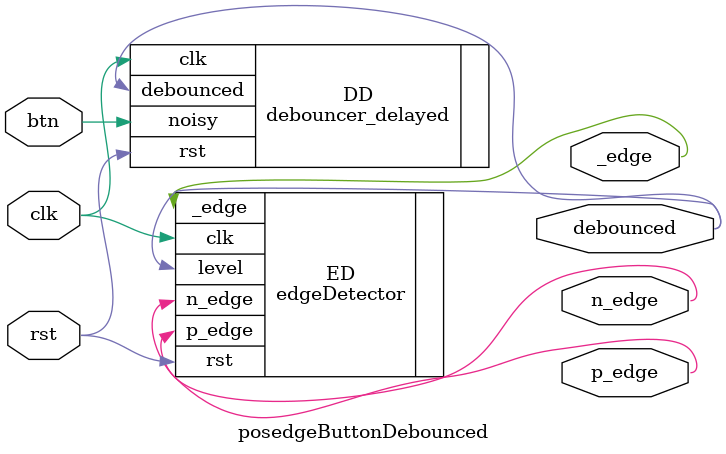
<source format=v>
`timescale 1ns / 1ps

module posedgeButtonDebounced(
    input clk, rst,
    input btn,
    output debounced,
    output p_edge, n_edge, _edge
    );
    
debouncer_delayed DD(
    .clk(clk),
    .rst(rst),
    .noisy(btn),
    .debounced(debounced)
    );
    
edgeDetector ED(
    .clk(clk),
    .rst(rst),
    .level(debounced),
    .p_edge(p_edge),
    .n_edge(n_edge),
    ._edge(_edge)
    );        
    
    
    
    
    
endmodule

</source>
